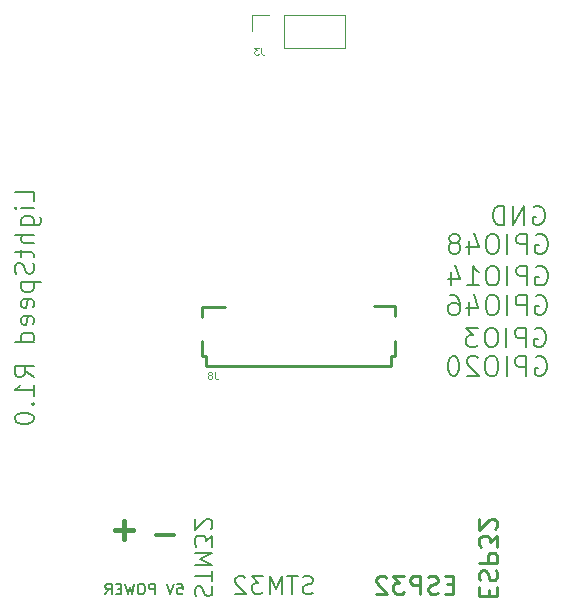
<source format=gbr>
%TF.GenerationSoftware,KiCad,Pcbnew,9.0.5*%
%TF.CreationDate,2025-10-14T15:47:48-07:00*%
%TF.ProjectId,lightspeed_r1,6c696768-7473-4706-9565-645f72312e6b,rev?*%
%TF.SameCoordinates,Original*%
%TF.FileFunction,Legend,Bot*%
%TF.FilePolarity,Positive*%
%FSLAX46Y46*%
G04 Gerber Fmt 4.6, Leading zero omitted, Abs format (unit mm)*
G04 Created by KiCad (PCBNEW 9.0.5) date 2025-10-14 15:47:48*
%MOMM*%
%LPD*%
G01*
G04 APERTURE LIST*
%ADD10C,0.304800*%
%ADD11C,0.207000*%
%ADD12C,0.250000*%
%ADD13C,0.184000*%
%ADD14C,0.187500*%
%ADD15C,0.400000*%
%ADD16C,0.100000*%
%ADD17C,0.120000*%
G04 APERTURE END LIST*
D10*
X-9596716Y-18757483D02*
X-11120526Y-18757483D01*
D11*
X21063142Y-3718191D02*
X21220857Y-3639334D01*
X21220857Y-3639334D02*
X21457428Y-3639334D01*
X21457428Y-3639334D02*
X21693999Y-3718191D01*
X21693999Y-3718191D02*
X21851714Y-3875905D01*
X21851714Y-3875905D02*
X21930571Y-4033619D01*
X21930571Y-4033619D02*
X22009428Y-4349048D01*
X22009428Y-4349048D02*
X22009428Y-4585619D01*
X22009428Y-4585619D02*
X21930571Y-4901048D01*
X21930571Y-4901048D02*
X21851714Y-5058762D01*
X21851714Y-5058762D02*
X21693999Y-5216477D01*
X21693999Y-5216477D02*
X21457428Y-5295334D01*
X21457428Y-5295334D02*
X21299714Y-5295334D01*
X21299714Y-5295334D02*
X21063142Y-5216477D01*
X21063142Y-5216477D02*
X20984285Y-5137619D01*
X20984285Y-5137619D02*
X20984285Y-4585619D01*
X20984285Y-4585619D02*
X21299714Y-4585619D01*
X20274571Y-5295334D02*
X20274571Y-3639334D01*
X20274571Y-3639334D02*
X19643714Y-3639334D01*
X19643714Y-3639334D02*
X19485999Y-3718191D01*
X19485999Y-3718191D02*
X19407142Y-3797048D01*
X19407142Y-3797048D02*
X19328285Y-3954762D01*
X19328285Y-3954762D02*
X19328285Y-4191334D01*
X19328285Y-4191334D02*
X19407142Y-4349048D01*
X19407142Y-4349048D02*
X19485999Y-4427905D01*
X19485999Y-4427905D02*
X19643714Y-4506762D01*
X19643714Y-4506762D02*
X20274571Y-4506762D01*
X18618571Y-5295334D02*
X18618571Y-3639334D01*
X17514571Y-3639334D02*
X17199143Y-3639334D01*
X17199143Y-3639334D02*
X17041428Y-3718191D01*
X17041428Y-3718191D02*
X16883714Y-3875905D01*
X16883714Y-3875905D02*
X16804857Y-4191334D01*
X16804857Y-4191334D02*
X16804857Y-4743334D01*
X16804857Y-4743334D02*
X16883714Y-5058762D01*
X16883714Y-5058762D02*
X17041428Y-5216477D01*
X17041428Y-5216477D02*
X17199143Y-5295334D01*
X17199143Y-5295334D02*
X17514571Y-5295334D01*
X17514571Y-5295334D02*
X17672286Y-5216477D01*
X17672286Y-5216477D02*
X17830000Y-5058762D01*
X17830000Y-5058762D02*
X17908857Y-4743334D01*
X17908857Y-4743334D02*
X17908857Y-4191334D01*
X17908857Y-4191334D02*
X17830000Y-3875905D01*
X17830000Y-3875905D02*
X17672286Y-3718191D01*
X17672286Y-3718191D02*
X17514571Y-3639334D01*
X16174000Y-3797048D02*
X16095143Y-3718191D01*
X16095143Y-3718191D02*
X15937429Y-3639334D01*
X15937429Y-3639334D02*
X15543143Y-3639334D01*
X15543143Y-3639334D02*
X15385429Y-3718191D01*
X15385429Y-3718191D02*
X15306571Y-3797048D01*
X15306571Y-3797048D02*
X15227714Y-3954762D01*
X15227714Y-3954762D02*
X15227714Y-4112477D01*
X15227714Y-4112477D02*
X15306571Y-4349048D01*
X15306571Y-4349048D02*
X16252857Y-5295334D01*
X16252857Y-5295334D02*
X15227714Y-5295334D01*
X14202571Y-3639334D02*
X14044857Y-3639334D01*
X14044857Y-3639334D02*
X13887143Y-3718191D01*
X13887143Y-3718191D02*
X13808286Y-3797048D01*
X13808286Y-3797048D02*
X13729428Y-3954762D01*
X13729428Y-3954762D02*
X13650571Y-4270191D01*
X13650571Y-4270191D02*
X13650571Y-4664477D01*
X13650571Y-4664477D02*
X13729428Y-4979905D01*
X13729428Y-4979905D02*
X13808286Y-5137619D01*
X13808286Y-5137619D02*
X13887143Y-5216477D01*
X13887143Y-5216477D02*
X14044857Y-5295334D01*
X14044857Y-5295334D02*
X14202571Y-5295334D01*
X14202571Y-5295334D02*
X14360286Y-5216477D01*
X14360286Y-5216477D02*
X14439143Y-5137619D01*
X14439143Y-5137619D02*
X14518000Y-4979905D01*
X14518000Y-4979905D02*
X14596857Y-4664477D01*
X14596857Y-4664477D02*
X14596857Y-4270191D01*
X14596857Y-4270191D02*
X14518000Y-3954762D01*
X14518000Y-3954762D02*
X14439143Y-3797048D01*
X14439143Y-3797048D02*
X14360286Y-3718191D01*
X14360286Y-3718191D02*
X14202571Y-3639334D01*
D12*
X17082285Y-23888384D02*
X17082285Y-23388384D01*
X16296571Y-23174098D02*
X16296571Y-23888384D01*
X16296571Y-23888384D02*
X17796571Y-23888384D01*
X17796571Y-23888384D02*
X17796571Y-23174098D01*
X16368000Y-22602669D02*
X16296571Y-22388384D01*
X16296571Y-22388384D02*
X16296571Y-22031241D01*
X16296571Y-22031241D02*
X16368000Y-21888384D01*
X16368000Y-21888384D02*
X16439428Y-21816955D01*
X16439428Y-21816955D02*
X16582285Y-21745526D01*
X16582285Y-21745526D02*
X16725142Y-21745526D01*
X16725142Y-21745526D02*
X16868000Y-21816955D01*
X16868000Y-21816955D02*
X16939428Y-21888384D01*
X16939428Y-21888384D02*
X17010857Y-22031241D01*
X17010857Y-22031241D02*
X17082285Y-22316955D01*
X17082285Y-22316955D02*
X17153714Y-22459812D01*
X17153714Y-22459812D02*
X17225142Y-22531241D01*
X17225142Y-22531241D02*
X17368000Y-22602669D01*
X17368000Y-22602669D02*
X17510857Y-22602669D01*
X17510857Y-22602669D02*
X17653714Y-22531241D01*
X17653714Y-22531241D02*
X17725142Y-22459812D01*
X17725142Y-22459812D02*
X17796571Y-22316955D01*
X17796571Y-22316955D02*
X17796571Y-21959812D01*
X17796571Y-21959812D02*
X17725142Y-21745526D01*
X16296571Y-21102670D02*
X17796571Y-21102670D01*
X17796571Y-21102670D02*
X17796571Y-20531241D01*
X17796571Y-20531241D02*
X17725142Y-20388384D01*
X17725142Y-20388384D02*
X17653714Y-20316955D01*
X17653714Y-20316955D02*
X17510857Y-20245527D01*
X17510857Y-20245527D02*
X17296571Y-20245527D01*
X17296571Y-20245527D02*
X17153714Y-20316955D01*
X17153714Y-20316955D02*
X17082285Y-20388384D01*
X17082285Y-20388384D02*
X17010857Y-20531241D01*
X17010857Y-20531241D02*
X17010857Y-21102670D01*
X17796571Y-19745527D02*
X17796571Y-18816955D01*
X17796571Y-18816955D02*
X17225142Y-19316955D01*
X17225142Y-19316955D02*
X17225142Y-19102670D01*
X17225142Y-19102670D02*
X17153714Y-18959813D01*
X17153714Y-18959813D02*
X17082285Y-18888384D01*
X17082285Y-18888384D02*
X16939428Y-18816955D01*
X16939428Y-18816955D02*
X16582285Y-18816955D01*
X16582285Y-18816955D02*
X16439428Y-18888384D01*
X16439428Y-18888384D02*
X16368000Y-18959813D01*
X16368000Y-18959813D02*
X16296571Y-19102670D01*
X16296571Y-19102670D02*
X16296571Y-19531241D01*
X16296571Y-19531241D02*
X16368000Y-19674098D01*
X16368000Y-19674098D02*
X16439428Y-19745527D01*
X17653714Y-18245527D02*
X17725142Y-18174099D01*
X17725142Y-18174099D02*
X17796571Y-18031242D01*
X17796571Y-18031242D02*
X17796571Y-17674099D01*
X17796571Y-17674099D02*
X17725142Y-17531242D01*
X17725142Y-17531242D02*
X17653714Y-17459813D01*
X17653714Y-17459813D02*
X17510857Y-17388384D01*
X17510857Y-17388384D02*
X17368000Y-17388384D01*
X17368000Y-17388384D02*
X17153714Y-17459813D01*
X17153714Y-17459813D02*
X16296571Y-18316956D01*
X16296571Y-18316956D02*
X16296571Y-17388384D01*
D11*
X20891713Y9041808D02*
X21049428Y9120665D01*
X21049428Y9120665D02*
X21285999Y9120665D01*
X21285999Y9120665D02*
X21522570Y9041808D01*
X21522570Y9041808D02*
X21680285Y8884094D01*
X21680285Y8884094D02*
X21759142Y8726380D01*
X21759142Y8726380D02*
X21837999Y8410951D01*
X21837999Y8410951D02*
X21837999Y8174380D01*
X21837999Y8174380D02*
X21759142Y7858951D01*
X21759142Y7858951D02*
X21680285Y7701237D01*
X21680285Y7701237D02*
X21522570Y7543523D01*
X21522570Y7543523D02*
X21285999Y7464665D01*
X21285999Y7464665D02*
X21128285Y7464665D01*
X21128285Y7464665D02*
X20891713Y7543523D01*
X20891713Y7543523D02*
X20812856Y7622380D01*
X20812856Y7622380D02*
X20812856Y8174380D01*
X20812856Y8174380D02*
X21128285Y8174380D01*
X20103142Y7464665D02*
X20103142Y9120665D01*
X20103142Y9120665D02*
X19156856Y7464665D01*
X19156856Y7464665D02*
X19156856Y9120665D01*
X18368285Y7464665D02*
X18368285Y9120665D01*
X18368285Y9120665D02*
X17973999Y9120665D01*
X17973999Y9120665D02*
X17737428Y9041808D01*
X17737428Y9041808D02*
X17579713Y8884094D01*
X17579713Y8884094D02*
X17500856Y8726380D01*
X17500856Y8726380D02*
X17421999Y8410951D01*
X17421999Y8410951D02*
X17421999Y8174380D01*
X17421999Y8174380D02*
X17500856Y7858951D01*
X17500856Y7858951D02*
X17579713Y7701237D01*
X17579713Y7701237D02*
X17737428Y7543523D01*
X17737428Y7543523D02*
X17973999Y7464665D01*
X17973999Y7464665D02*
X18368285Y7464665D01*
D13*
X-9273909Y-22880289D02*
X-8845337Y-22880289D01*
X-8845337Y-22880289D02*
X-8802480Y-23308860D01*
X-8802480Y-23308860D02*
X-8845337Y-23266003D01*
X-8845337Y-23266003D02*
X-8931052Y-23223146D01*
X-8931052Y-23223146D02*
X-9145337Y-23223146D01*
X-9145337Y-23223146D02*
X-9231052Y-23266003D01*
X-9231052Y-23266003D02*
X-9273909Y-23308860D01*
X-9273909Y-23308860D02*
X-9316766Y-23394574D01*
X-9316766Y-23394574D02*
X-9316766Y-23608860D01*
X-9316766Y-23608860D02*
X-9273909Y-23694574D01*
X-9273909Y-23694574D02*
X-9231052Y-23737432D01*
X-9231052Y-23737432D02*
X-9145337Y-23780289D01*
X-9145337Y-23780289D02*
X-8931052Y-23780289D01*
X-8931052Y-23780289D02*
X-8845337Y-23737432D01*
X-8845337Y-23737432D02*
X-8802480Y-23694574D01*
X-9573909Y-22880289D02*
X-9873909Y-23780289D01*
X-9873909Y-23780289D02*
X-10173909Y-22880289D01*
X-11159623Y-23780289D02*
X-11159623Y-22880289D01*
X-11159623Y-22880289D02*
X-11502480Y-22880289D01*
X-11502480Y-22880289D02*
X-11588195Y-22923146D01*
X-11588195Y-22923146D02*
X-11631052Y-22966003D01*
X-11631052Y-22966003D02*
X-11673909Y-23051717D01*
X-11673909Y-23051717D02*
X-11673909Y-23180289D01*
X-11673909Y-23180289D02*
X-11631052Y-23266003D01*
X-11631052Y-23266003D02*
X-11588195Y-23308860D01*
X-11588195Y-23308860D02*
X-11502480Y-23351717D01*
X-11502480Y-23351717D02*
X-11159623Y-23351717D01*
X-12231052Y-22880289D02*
X-12402480Y-22880289D01*
X-12402480Y-22880289D02*
X-12488195Y-22923146D01*
X-12488195Y-22923146D02*
X-12573909Y-23008860D01*
X-12573909Y-23008860D02*
X-12616766Y-23180289D01*
X-12616766Y-23180289D02*
X-12616766Y-23480289D01*
X-12616766Y-23480289D02*
X-12573909Y-23651717D01*
X-12573909Y-23651717D02*
X-12488195Y-23737432D01*
X-12488195Y-23737432D02*
X-12402480Y-23780289D01*
X-12402480Y-23780289D02*
X-12231052Y-23780289D01*
X-12231052Y-23780289D02*
X-12145338Y-23737432D01*
X-12145338Y-23737432D02*
X-12059623Y-23651717D01*
X-12059623Y-23651717D02*
X-12016766Y-23480289D01*
X-12016766Y-23480289D02*
X-12016766Y-23180289D01*
X-12016766Y-23180289D02*
X-12059623Y-23008860D01*
X-12059623Y-23008860D02*
X-12145338Y-22923146D01*
X-12145338Y-22923146D02*
X-12231052Y-22880289D01*
X-12916766Y-22880289D02*
X-13131052Y-23780289D01*
X-13131052Y-23780289D02*
X-13302480Y-23137432D01*
X-13302480Y-23137432D02*
X-13473909Y-23780289D01*
X-13473909Y-23780289D02*
X-13688195Y-22880289D01*
X-14031051Y-23308860D02*
X-14331051Y-23308860D01*
X-14459623Y-23780289D02*
X-14031051Y-23780289D01*
X-14031051Y-23780289D02*
X-14031051Y-22880289D01*
X-14031051Y-22880289D02*
X-14459623Y-22880289D01*
X-15359623Y-23780289D02*
X-15059623Y-23351717D01*
X-14845337Y-23780289D02*
X-14845337Y-22880289D01*
X-14845337Y-22880289D02*
X-15188194Y-22880289D01*
X-15188194Y-22880289D02*
X-15273909Y-22923146D01*
X-15273909Y-22923146D02*
X-15316766Y-22966003D01*
X-15316766Y-22966003D02*
X-15359623Y-23051717D01*
X-15359623Y-23051717D02*
X-15359623Y-23180289D01*
X-15359623Y-23180289D02*
X-15316766Y-23266003D01*
X-15316766Y-23266003D02*
X-15273909Y-23308860D01*
X-15273909Y-23308860D02*
X-15188194Y-23351717D01*
X-15188194Y-23351717D02*
X-14845337Y-23351717D01*
D11*
X21014570Y-1288191D02*
X21172285Y-1209334D01*
X21172285Y-1209334D02*
X21408856Y-1209334D01*
X21408856Y-1209334D02*
X21645427Y-1288191D01*
X21645427Y-1288191D02*
X21803142Y-1445905D01*
X21803142Y-1445905D02*
X21881999Y-1603619D01*
X21881999Y-1603619D02*
X21960856Y-1919048D01*
X21960856Y-1919048D02*
X21960856Y-2155619D01*
X21960856Y-2155619D02*
X21881999Y-2471048D01*
X21881999Y-2471048D02*
X21803142Y-2628762D01*
X21803142Y-2628762D02*
X21645427Y-2786477D01*
X21645427Y-2786477D02*
X21408856Y-2865334D01*
X21408856Y-2865334D02*
X21251142Y-2865334D01*
X21251142Y-2865334D02*
X21014570Y-2786477D01*
X21014570Y-2786477D02*
X20935713Y-2707619D01*
X20935713Y-2707619D02*
X20935713Y-2155619D01*
X20935713Y-2155619D02*
X21251142Y-2155619D01*
X20225999Y-2865334D02*
X20225999Y-1209334D01*
X20225999Y-1209334D02*
X19595142Y-1209334D01*
X19595142Y-1209334D02*
X19437427Y-1288191D01*
X19437427Y-1288191D02*
X19358570Y-1367048D01*
X19358570Y-1367048D02*
X19279713Y-1524762D01*
X19279713Y-1524762D02*
X19279713Y-1761334D01*
X19279713Y-1761334D02*
X19358570Y-1919048D01*
X19358570Y-1919048D02*
X19437427Y-1997905D01*
X19437427Y-1997905D02*
X19595142Y-2076762D01*
X19595142Y-2076762D02*
X20225999Y-2076762D01*
X18569999Y-2865334D02*
X18569999Y-1209334D01*
X17465999Y-1209334D02*
X17150571Y-1209334D01*
X17150571Y-1209334D02*
X16992856Y-1288191D01*
X16992856Y-1288191D02*
X16835142Y-1445905D01*
X16835142Y-1445905D02*
X16756285Y-1761334D01*
X16756285Y-1761334D02*
X16756285Y-2313334D01*
X16756285Y-2313334D02*
X16835142Y-2628762D01*
X16835142Y-2628762D02*
X16992856Y-2786477D01*
X16992856Y-2786477D02*
X17150571Y-2865334D01*
X17150571Y-2865334D02*
X17465999Y-2865334D01*
X17465999Y-2865334D02*
X17623714Y-2786477D01*
X17623714Y-2786477D02*
X17781428Y-2628762D01*
X17781428Y-2628762D02*
X17860285Y-2313334D01*
X17860285Y-2313334D02*
X17860285Y-1761334D01*
X17860285Y-1761334D02*
X17781428Y-1445905D01*
X17781428Y-1445905D02*
X17623714Y-1288191D01*
X17623714Y-1288191D02*
X17465999Y-1209334D01*
X16204285Y-1209334D02*
X15179142Y-1209334D01*
X15179142Y-1209334D02*
X15731142Y-1840191D01*
X15731142Y-1840191D02*
X15494571Y-1840191D01*
X15494571Y-1840191D02*
X15336857Y-1919048D01*
X15336857Y-1919048D02*
X15257999Y-1997905D01*
X15257999Y-1997905D02*
X15179142Y-2155619D01*
X15179142Y-2155619D02*
X15179142Y-2549905D01*
X15179142Y-2549905D02*
X15257999Y-2707619D01*
X15257999Y-2707619D02*
X15336857Y-2786477D01*
X15336857Y-2786477D02*
X15494571Y-2865334D01*
X15494571Y-2865334D02*
X15967714Y-2865334D01*
X15967714Y-2865334D02*
X16125428Y-2786477D01*
X16125428Y-2786477D02*
X16204285Y-2707619D01*
X21123142Y3941808D02*
X21280857Y4020665D01*
X21280857Y4020665D02*
X21517428Y4020665D01*
X21517428Y4020665D02*
X21753999Y3941808D01*
X21753999Y3941808D02*
X21911714Y3784094D01*
X21911714Y3784094D02*
X21990571Y3626380D01*
X21990571Y3626380D02*
X22069428Y3310951D01*
X22069428Y3310951D02*
X22069428Y3074380D01*
X22069428Y3074380D02*
X21990571Y2758951D01*
X21990571Y2758951D02*
X21911714Y2601237D01*
X21911714Y2601237D02*
X21753999Y2443523D01*
X21753999Y2443523D02*
X21517428Y2364665D01*
X21517428Y2364665D02*
X21359714Y2364665D01*
X21359714Y2364665D02*
X21123142Y2443523D01*
X21123142Y2443523D02*
X21044285Y2522380D01*
X21044285Y2522380D02*
X21044285Y3074380D01*
X21044285Y3074380D02*
X21359714Y3074380D01*
X20334571Y2364665D02*
X20334571Y4020665D01*
X20334571Y4020665D02*
X19703714Y4020665D01*
X19703714Y4020665D02*
X19545999Y3941808D01*
X19545999Y3941808D02*
X19467142Y3862951D01*
X19467142Y3862951D02*
X19388285Y3705237D01*
X19388285Y3705237D02*
X19388285Y3468665D01*
X19388285Y3468665D02*
X19467142Y3310951D01*
X19467142Y3310951D02*
X19545999Y3232094D01*
X19545999Y3232094D02*
X19703714Y3153237D01*
X19703714Y3153237D02*
X20334571Y3153237D01*
X18678571Y2364665D02*
X18678571Y4020665D01*
X17574571Y4020665D02*
X17259143Y4020665D01*
X17259143Y4020665D02*
X17101428Y3941808D01*
X17101428Y3941808D02*
X16943714Y3784094D01*
X16943714Y3784094D02*
X16864857Y3468665D01*
X16864857Y3468665D02*
X16864857Y2916665D01*
X16864857Y2916665D02*
X16943714Y2601237D01*
X16943714Y2601237D02*
X17101428Y2443523D01*
X17101428Y2443523D02*
X17259143Y2364665D01*
X17259143Y2364665D02*
X17574571Y2364665D01*
X17574571Y2364665D02*
X17732286Y2443523D01*
X17732286Y2443523D02*
X17890000Y2601237D01*
X17890000Y2601237D02*
X17968857Y2916665D01*
X17968857Y2916665D02*
X17968857Y3468665D01*
X17968857Y3468665D02*
X17890000Y3784094D01*
X17890000Y3784094D02*
X17732286Y3941808D01*
X17732286Y3941808D02*
X17574571Y4020665D01*
X15287714Y2364665D02*
X16234000Y2364665D01*
X15760857Y2364665D02*
X15760857Y4020665D01*
X15760857Y4020665D02*
X15918571Y3784094D01*
X15918571Y3784094D02*
X16076286Y3626380D01*
X16076286Y3626380D02*
X16234000Y3547523D01*
X13868286Y3468665D02*
X13868286Y2364665D01*
X14262571Y4099523D02*
X14656857Y2916665D01*
X14656857Y2916665D02*
X13631714Y2916665D01*
D14*
X-7735250Y-23950930D02*
X-7806678Y-23736645D01*
X-7806678Y-23736645D02*
X-7806678Y-23379502D01*
X-7806678Y-23379502D02*
X-7735250Y-23236645D01*
X-7735250Y-23236645D02*
X-7663821Y-23165216D01*
X-7663821Y-23165216D02*
X-7520964Y-23093787D01*
X-7520964Y-23093787D02*
X-7378107Y-23093787D01*
X-7378107Y-23093787D02*
X-7235250Y-23165216D01*
X-7235250Y-23165216D02*
X-7163821Y-23236645D01*
X-7163821Y-23236645D02*
X-7092392Y-23379502D01*
X-7092392Y-23379502D02*
X-7020964Y-23665216D01*
X-7020964Y-23665216D02*
X-6949535Y-23808073D01*
X-6949535Y-23808073D02*
X-6878107Y-23879502D01*
X-6878107Y-23879502D02*
X-6735250Y-23950930D01*
X-6735250Y-23950930D02*
X-6592392Y-23950930D01*
X-6592392Y-23950930D02*
X-6449535Y-23879502D01*
X-6449535Y-23879502D02*
X-6378107Y-23808073D01*
X-6378107Y-23808073D02*
X-6306678Y-23665216D01*
X-6306678Y-23665216D02*
X-6306678Y-23308073D01*
X-6306678Y-23308073D02*
X-6378107Y-23093787D01*
X-6306678Y-22665216D02*
X-6306678Y-21808074D01*
X-7806678Y-22236645D02*
X-6306678Y-22236645D01*
X-7806678Y-21308074D02*
X-6306678Y-21308074D01*
X-6306678Y-21308074D02*
X-7378107Y-20808074D01*
X-7378107Y-20808074D02*
X-6306678Y-20308074D01*
X-6306678Y-20308074D02*
X-7806678Y-20308074D01*
X-6306678Y-19736645D02*
X-6306678Y-18808073D01*
X-6306678Y-18808073D02*
X-6878107Y-19308073D01*
X-6878107Y-19308073D02*
X-6878107Y-19093788D01*
X-6878107Y-19093788D02*
X-6949535Y-18950931D01*
X-6949535Y-18950931D02*
X-7020964Y-18879502D01*
X-7020964Y-18879502D02*
X-7163821Y-18808073D01*
X-7163821Y-18808073D02*
X-7520964Y-18808073D01*
X-7520964Y-18808073D02*
X-7663821Y-18879502D01*
X-7663821Y-18879502D02*
X-7735250Y-18950931D01*
X-7735250Y-18950931D02*
X-7806678Y-19093788D01*
X-7806678Y-19093788D02*
X-7806678Y-19522359D01*
X-7806678Y-19522359D02*
X-7735250Y-19665216D01*
X-7735250Y-19665216D02*
X-7663821Y-19736645D01*
X-6449535Y-18236645D02*
X-6378107Y-18165217D01*
X-6378107Y-18165217D02*
X-6306678Y-18022360D01*
X-6306678Y-18022360D02*
X-6306678Y-17665217D01*
X-6306678Y-17665217D02*
X-6378107Y-17522360D01*
X-6378107Y-17522360D02*
X-6449535Y-17450931D01*
X-6449535Y-17450931D02*
X-6592392Y-17379502D01*
X-6592392Y-17379502D02*
X-6735250Y-17379502D01*
X-6735250Y-17379502D02*
X-6949535Y-17450931D01*
X-6949535Y-17450931D02*
X-7806678Y-18308074D01*
X-7806678Y-18308074D02*
X-7806678Y-17379502D01*
X2190930Y-23655250D02*
X1976645Y-23726678D01*
X1976645Y-23726678D02*
X1619502Y-23726678D01*
X1619502Y-23726678D02*
X1476645Y-23655250D01*
X1476645Y-23655250D02*
X1405216Y-23583821D01*
X1405216Y-23583821D02*
X1333787Y-23440964D01*
X1333787Y-23440964D02*
X1333787Y-23298107D01*
X1333787Y-23298107D02*
X1405216Y-23155250D01*
X1405216Y-23155250D02*
X1476645Y-23083821D01*
X1476645Y-23083821D02*
X1619502Y-23012392D01*
X1619502Y-23012392D02*
X1905216Y-22940964D01*
X1905216Y-22940964D02*
X2048073Y-22869535D01*
X2048073Y-22869535D02*
X2119502Y-22798107D01*
X2119502Y-22798107D02*
X2190930Y-22655250D01*
X2190930Y-22655250D02*
X2190930Y-22512392D01*
X2190930Y-22512392D02*
X2119502Y-22369535D01*
X2119502Y-22369535D02*
X2048073Y-22298107D01*
X2048073Y-22298107D02*
X1905216Y-22226678D01*
X1905216Y-22226678D02*
X1548073Y-22226678D01*
X1548073Y-22226678D02*
X1333787Y-22298107D01*
X905216Y-22226678D02*
X48074Y-22226678D01*
X476645Y-23726678D02*
X476645Y-22226678D01*
X-451925Y-23726678D02*
X-451925Y-22226678D01*
X-451925Y-22226678D02*
X-951925Y-23298107D01*
X-951925Y-23298107D02*
X-1451925Y-22226678D01*
X-1451925Y-22226678D02*
X-1451925Y-23726678D01*
X-2023354Y-22226678D02*
X-2951926Y-22226678D01*
X-2951926Y-22226678D02*
X-2451926Y-22798107D01*
X-2451926Y-22798107D02*
X-2666211Y-22798107D01*
X-2666211Y-22798107D02*
X-2809069Y-22869535D01*
X-2809069Y-22869535D02*
X-2880497Y-22940964D01*
X-2880497Y-22940964D02*
X-2951926Y-23083821D01*
X-2951926Y-23083821D02*
X-2951926Y-23440964D01*
X-2951926Y-23440964D02*
X-2880497Y-23583821D01*
X-2880497Y-23583821D02*
X-2809069Y-23655250D01*
X-2809069Y-23655250D02*
X-2666211Y-23726678D01*
X-2666211Y-23726678D02*
X-2237640Y-23726678D01*
X-2237640Y-23726678D02*
X-2094783Y-23655250D01*
X-2094783Y-23655250D02*
X-2023354Y-23583821D01*
X-3523354Y-22369535D02*
X-3594782Y-22298107D01*
X-3594782Y-22298107D02*
X-3737640Y-22226678D01*
X-3737640Y-22226678D02*
X-4094782Y-22226678D01*
X-4094782Y-22226678D02*
X-4237640Y-22298107D01*
X-4237640Y-22298107D02*
X-4309068Y-22369535D01*
X-4309068Y-22369535D02*
X-4380497Y-22512392D01*
X-4380497Y-22512392D02*
X-4380497Y-22655250D01*
X-4380497Y-22655250D02*
X-4309068Y-22869535D01*
X-4309068Y-22869535D02*
X-3451925Y-23726678D01*
X-3451925Y-23726678D02*
X-4380497Y-23726678D01*
D11*
X21123142Y6631808D02*
X21280857Y6710665D01*
X21280857Y6710665D02*
X21517428Y6710665D01*
X21517428Y6710665D02*
X21753999Y6631808D01*
X21753999Y6631808D02*
X21911714Y6474094D01*
X21911714Y6474094D02*
X21990571Y6316380D01*
X21990571Y6316380D02*
X22069428Y6000951D01*
X22069428Y6000951D02*
X22069428Y5764380D01*
X22069428Y5764380D02*
X21990571Y5448951D01*
X21990571Y5448951D02*
X21911714Y5291237D01*
X21911714Y5291237D02*
X21753999Y5133523D01*
X21753999Y5133523D02*
X21517428Y5054665D01*
X21517428Y5054665D02*
X21359714Y5054665D01*
X21359714Y5054665D02*
X21123142Y5133523D01*
X21123142Y5133523D02*
X21044285Y5212380D01*
X21044285Y5212380D02*
X21044285Y5764380D01*
X21044285Y5764380D02*
X21359714Y5764380D01*
X20334571Y5054665D02*
X20334571Y6710665D01*
X20334571Y6710665D02*
X19703714Y6710665D01*
X19703714Y6710665D02*
X19545999Y6631808D01*
X19545999Y6631808D02*
X19467142Y6552951D01*
X19467142Y6552951D02*
X19388285Y6395237D01*
X19388285Y6395237D02*
X19388285Y6158665D01*
X19388285Y6158665D02*
X19467142Y6000951D01*
X19467142Y6000951D02*
X19545999Y5922094D01*
X19545999Y5922094D02*
X19703714Y5843237D01*
X19703714Y5843237D02*
X20334571Y5843237D01*
X18678571Y5054665D02*
X18678571Y6710665D01*
X17574571Y6710665D02*
X17259143Y6710665D01*
X17259143Y6710665D02*
X17101428Y6631808D01*
X17101428Y6631808D02*
X16943714Y6474094D01*
X16943714Y6474094D02*
X16864857Y6158665D01*
X16864857Y6158665D02*
X16864857Y5606665D01*
X16864857Y5606665D02*
X16943714Y5291237D01*
X16943714Y5291237D02*
X17101428Y5133523D01*
X17101428Y5133523D02*
X17259143Y5054665D01*
X17259143Y5054665D02*
X17574571Y5054665D01*
X17574571Y5054665D02*
X17732286Y5133523D01*
X17732286Y5133523D02*
X17890000Y5291237D01*
X17890000Y5291237D02*
X17968857Y5606665D01*
X17968857Y5606665D02*
X17968857Y6158665D01*
X17968857Y6158665D02*
X17890000Y6474094D01*
X17890000Y6474094D02*
X17732286Y6631808D01*
X17732286Y6631808D02*
X17574571Y6710665D01*
X15445429Y6158665D02*
X15445429Y5054665D01*
X15839714Y6789523D02*
X16234000Y5606665D01*
X16234000Y5606665D02*
X15208857Y5606665D01*
X14341428Y6000951D02*
X14499143Y6079808D01*
X14499143Y6079808D02*
X14578000Y6158665D01*
X14578000Y6158665D02*
X14656857Y6316380D01*
X14656857Y6316380D02*
X14656857Y6395237D01*
X14656857Y6395237D02*
X14578000Y6552951D01*
X14578000Y6552951D02*
X14499143Y6631808D01*
X14499143Y6631808D02*
X14341428Y6710665D01*
X14341428Y6710665D02*
X14026000Y6710665D01*
X14026000Y6710665D02*
X13868286Y6631808D01*
X13868286Y6631808D02*
X13789428Y6552951D01*
X13789428Y6552951D02*
X13710571Y6395237D01*
X13710571Y6395237D02*
X13710571Y6316380D01*
X13710571Y6316380D02*
X13789428Y6158665D01*
X13789428Y6158665D02*
X13868286Y6079808D01*
X13868286Y6079808D02*
X14026000Y6000951D01*
X14026000Y6000951D02*
X14341428Y6000951D01*
X14341428Y6000951D02*
X14499143Y5922094D01*
X14499143Y5922094D02*
X14578000Y5843237D01*
X14578000Y5843237D02*
X14656857Y5685523D01*
X14656857Y5685523D02*
X14656857Y5370094D01*
X14656857Y5370094D02*
X14578000Y5212380D01*
X14578000Y5212380D02*
X14499143Y5133523D01*
X14499143Y5133523D02*
X14341428Y5054665D01*
X14341428Y5054665D02*
X14026000Y5054665D01*
X14026000Y5054665D02*
X13868286Y5133523D01*
X13868286Y5133523D02*
X13789428Y5212380D01*
X13789428Y5212380D02*
X13710571Y5370094D01*
X13710571Y5370094D02*
X13710571Y5685523D01*
X13710571Y5685523D02*
X13789428Y5843237D01*
X13789428Y5843237D02*
X13868286Y5922094D01*
X13868286Y5922094D02*
X14026000Y6000951D01*
X21093142Y1461808D02*
X21250857Y1540665D01*
X21250857Y1540665D02*
X21487428Y1540665D01*
X21487428Y1540665D02*
X21723999Y1461808D01*
X21723999Y1461808D02*
X21881714Y1304094D01*
X21881714Y1304094D02*
X21960571Y1146380D01*
X21960571Y1146380D02*
X22039428Y830951D01*
X22039428Y830951D02*
X22039428Y594380D01*
X22039428Y594380D02*
X21960571Y278951D01*
X21960571Y278951D02*
X21881714Y121237D01*
X21881714Y121237D02*
X21723999Y-36477D01*
X21723999Y-36477D02*
X21487428Y-115334D01*
X21487428Y-115334D02*
X21329714Y-115334D01*
X21329714Y-115334D02*
X21093142Y-36477D01*
X21093142Y-36477D02*
X21014285Y42380D01*
X21014285Y42380D02*
X21014285Y594380D01*
X21014285Y594380D02*
X21329714Y594380D01*
X20304571Y-115334D02*
X20304571Y1540665D01*
X20304571Y1540665D02*
X19673714Y1540665D01*
X19673714Y1540665D02*
X19515999Y1461808D01*
X19515999Y1461808D02*
X19437142Y1382951D01*
X19437142Y1382951D02*
X19358285Y1225237D01*
X19358285Y1225237D02*
X19358285Y988665D01*
X19358285Y988665D02*
X19437142Y830951D01*
X19437142Y830951D02*
X19515999Y752094D01*
X19515999Y752094D02*
X19673714Y673237D01*
X19673714Y673237D02*
X20304571Y673237D01*
X18648571Y-115334D02*
X18648571Y1540665D01*
X17544571Y1540665D02*
X17229143Y1540665D01*
X17229143Y1540665D02*
X17071428Y1461808D01*
X17071428Y1461808D02*
X16913714Y1304094D01*
X16913714Y1304094D02*
X16834857Y988665D01*
X16834857Y988665D02*
X16834857Y436665D01*
X16834857Y436665D02*
X16913714Y121237D01*
X16913714Y121237D02*
X17071428Y-36477D01*
X17071428Y-36477D02*
X17229143Y-115334D01*
X17229143Y-115334D02*
X17544571Y-115334D01*
X17544571Y-115334D02*
X17702286Y-36477D01*
X17702286Y-36477D02*
X17860000Y121237D01*
X17860000Y121237D02*
X17938857Y436665D01*
X17938857Y436665D02*
X17938857Y988665D01*
X17938857Y988665D02*
X17860000Y1304094D01*
X17860000Y1304094D02*
X17702286Y1461808D01*
X17702286Y1461808D02*
X17544571Y1540665D01*
X15415429Y988665D02*
X15415429Y-115334D01*
X15809714Y1619523D02*
X16204000Y436665D01*
X16204000Y436665D02*
X15178857Y436665D01*
X13838286Y1540665D02*
X14153714Y1540665D01*
X14153714Y1540665D02*
X14311428Y1461808D01*
X14311428Y1461808D02*
X14390286Y1382951D01*
X14390286Y1382951D02*
X14548000Y1146380D01*
X14548000Y1146380D02*
X14626857Y830951D01*
X14626857Y830951D02*
X14626857Y200094D01*
X14626857Y200094D02*
X14548000Y42380D01*
X14548000Y42380D02*
X14469143Y-36477D01*
X14469143Y-36477D02*
X14311428Y-115334D01*
X14311428Y-115334D02*
X13996000Y-115334D01*
X13996000Y-115334D02*
X13838286Y-36477D01*
X13838286Y-36477D02*
X13759428Y42380D01*
X13759428Y42380D02*
X13680571Y200094D01*
X13680571Y200094D02*
X13680571Y594380D01*
X13680571Y594380D02*
X13759428Y752094D01*
X13759428Y752094D02*
X13838286Y830951D01*
X13838286Y830951D02*
X13996000Y909808D01*
X13996000Y909808D02*
X14311428Y909808D01*
X14311428Y909808D02*
X14469143Y830951D01*
X14469143Y830951D02*
X14548000Y752094D01*
X14548000Y752094D02*
X14626857Y594380D01*
X-21394665Y9499714D02*
X-21394665Y10288286D01*
X-21394665Y10288286D02*
X-23050665Y10288286D01*
X-21394665Y8947715D02*
X-22498665Y8947715D01*
X-23050665Y8947715D02*
X-22971808Y9026572D01*
X-22971808Y9026572D02*
X-22892951Y8947715D01*
X-22892951Y8947715D02*
X-22971808Y8868858D01*
X-22971808Y8868858D02*
X-23050665Y8947715D01*
X-23050665Y8947715D02*
X-22892951Y8947715D01*
X-22498665Y7449430D02*
X-21158094Y7449430D01*
X-21158094Y7449430D02*
X-21000380Y7528287D01*
X-21000380Y7528287D02*
X-20921523Y7607144D01*
X-20921523Y7607144D02*
X-20842665Y7764858D01*
X-20842665Y7764858D02*
X-20842665Y8001430D01*
X-20842665Y8001430D02*
X-20921523Y8159144D01*
X-21473523Y7449430D02*
X-21394665Y7607144D01*
X-21394665Y7607144D02*
X-21394665Y7922572D01*
X-21394665Y7922572D02*
X-21473523Y8080287D01*
X-21473523Y8080287D02*
X-21552380Y8159144D01*
X-21552380Y8159144D02*
X-21710094Y8238001D01*
X-21710094Y8238001D02*
X-22183237Y8238001D01*
X-22183237Y8238001D02*
X-22340951Y8159144D01*
X-22340951Y8159144D02*
X-22419808Y8080287D01*
X-22419808Y8080287D02*
X-22498665Y7922572D01*
X-22498665Y7922572D02*
X-22498665Y7607144D01*
X-22498665Y7607144D02*
X-22419808Y7449430D01*
X-21394665Y6660858D02*
X-23050665Y6660858D01*
X-21394665Y5951144D02*
X-22262094Y5951144D01*
X-22262094Y5951144D02*
X-22419808Y6030001D01*
X-22419808Y6030001D02*
X-22498665Y6187715D01*
X-22498665Y6187715D02*
X-22498665Y6424286D01*
X-22498665Y6424286D02*
X-22419808Y6582001D01*
X-22419808Y6582001D02*
X-22340951Y6660858D01*
X-22498665Y5399143D02*
X-22498665Y4768286D01*
X-23050665Y5162572D02*
X-21631237Y5162572D01*
X-21631237Y5162572D02*
X-21473523Y5083715D01*
X-21473523Y5083715D02*
X-21394665Y4926000D01*
X-21394665Y4926000D02*
X-21394665Y4768286D01*
X-21473523Y4295143D02*
X-21394665Y4058572D01*
X-21394665Y4058572D02*
X-21394665Y3664286D01*
X-21394665Y3664286D02*
X-21473523Y3506572D01*
X-21473523Y3506572D02*
X-21552380Y3427714D01*
X-21552380Y3427714D02*
X-21710094Y3348857D01*
X-21710094Y3348857D02*
X-21867808Y3348857D01*
X-21867808Y3348857D02*
X-22025523Y3427714D01*
X-22025523Y3427714D02*
X-22104380Y3506572D01*
X-22104380Y3506572D02*
X-22183237Y3664286D01*
X-22183237Y3664286D02*
X-22262094Y3979714D01*
X-22262094Y3979714D02*
X-22340951Y4137429D01*
X-22340951Y4137429D02*
X-22419808Y4216286D01*
X-22419808Y4216286D02*
X-22577523Y4295143D01*
X-22577523Y4295143D02*
X-22735237Y4295143D01*
X-22735237Y4295143D02*
X-22892951Y4216286D01*
X-22892951Y4216286D02*
X-22971808Y4137429D01*
X-22971808Y4137429D02*
X-23050665Y3979714D01*
X-23050665Y3979714D02*
X-23050665Y3585429D01*
X-23050665Y3585429D02*
X-22971808Y3348857D01*
X-22498665Y2639143D02*
X-20842665Y2639143D01*
X-22419808Y2639143D02*
X-22498665Y2481429D01*
X-22498665Y2481429D02*
X-22498665Y2166000D01*
X-22498665Y2166000D02*
X-22419808Y2008286D01*
X-22419808Y2008286D02*
X-22340951Y1929429D01*
X-22340951Y1929429D02*
X-22183237Y1850571D01*
X-22183237Y1850571D02*
X-21710094Y1850571D01*
X-21710094Y1850571D02*
X-21552380Y1929429D01*
X-21552380Y1929429D02*
X-21473523Y2008286D01*
X-21473523Y2008286D02*
X-21394665Y2166000D01*
X-21394665Y2166000D02*
X-21394665Y2481429D01*
X-21394665Y2481429D02*
X-21473523Y2639143D01*
X-21473523Y510000D02*
X-21394665Y667714D01*
X-21394665Y667714D02*
X-21394665Y983143D01*
X-21394665Y983143D02*
X-21473523Y1140857D01*
X-21473523Y1140857D02*
X-21631237Y1219714D01*
X-21631237Y1219714D02*
X-22262094Y1219714D01*
X-22262094Y1219714D02*
X-22419808Y1140857D01*
X-22419808Y1140857D02*
X-22498665Y983143D01*
X-22498665Y983143D02*
X-22498665Y667714D01*
X-22498665Y667714D02*
X-22419808Y510000D01*
X-22419808Y510000D02*
X-22262094Y431143D01*
X-22262094Y431143D02*
X-22104380Y431143D01*
X-22104380Y431143D02*
X-21946665Y1219714D01*
X-21473523Y-909428D02*
X-21394665Y-751714D01*
X-21394665Y-751714D02*
X-21394665Y-436286D01*
X-21394665Y-436286D02*
X-21473523Y-278571D01*
X-21473523Y-278571D02*
X-21631237Y-199714D01*
X-21631237Y-199714D02*
X-22262094Y-199714D01*
X-22262094Y-199714D02*
X-22419808Y-278571D01*
X-22419808Y-278571D02*
X-22498665Y-436286D01*
X-22498665Y-436286D02*
X-22498665Y-751714D01*
X-22498665Y-751714D02*
X-22419808Y-909428D01*
X-22419808Y-909428D02*
X-22262094Y-988286D01*
X-22262094Y-988286D02*
X-22104380Y-988286D01*
X-22104380Y-988286D02*
X-21946665Y-199714D01*
X-21394665Y-2407715D02*
X-23050665Y-2407715D01*
X-21473523Y-2407715D02*
X-21394665Y-2250000D01*
X-21394665Y-2250000D02*
X-21394665Y-1934572D01*
X-21394665Y-1934572D02*
X-21473523Y-1776857D01*
X-21473523Y-1776857D02*
X-21552380Y-1698000D01*
X-21552380Y-1698000D02*
X-21710094Y-1619143D01*
X-21710094Y-1619143D02*
X-22183237Y-1619143D01*
X-22183237Y-1619143D02*
X-22340951Y-1698000D01*
X-22340951Y-1698000D02*
X-22419808Y-1776857D01*
X-22419808Y-1776857D02*
X-22498665Y-1934572D01*
X-22498665Y-1934572D02*
X-22498665Y-2250000D01*
X-22498665Y-2250000D02*
X-22419808Y-2407715D01*
X-21394665Y-5404286D02*
X-22183237Y-4852286D01*
X-21394665Y-4458000D02*
X-23050665Y-4458000D01*
X-23050665Y-4458000D02*
X-23050665Y-5088857D01*
X-23050665Y-5088857D02*
X-22971808Y-5246572D01*
X-22971808Y-5246572D02*
X-22892951Y-5325429D01*
X-22892951Y-5325429D02*
X-22735237Y-5404286D01*
X-22735237Y-5404286D02*
X-22498665Y-5404286D01*
X-22498665Y-5404286D02*
X-22340951Y-5325429D01*
X-22340951Y-5325429D02*
X-22262094Y-5246572D01*
X-22262094Y-5246572D02*
X-22183237Y-5088857D01*
X-22183237Y-5088857D02*
X-22183237Y-4458000D01*
X-21394665Y-6981429D02*
X-21394665Y-6035143D01*
X-21394665Y-6508286D02*
X-23050665Y-6508286D01*
X-23050665Y-6508286D02*
X-22814094Y-6350572D01*
X-22814094Y-6350572D02*
X-22656380Y-6192857D01*
X-22656380Y-6192857D02*
X-22577523Y-6035143D01*
X-21552380Y-7691143D02*
X-21473523Y-7770000D01*
X-21473523Y-7770000D02*
X-21394665Y-7691143D01*
X-21394665Y-7691143D02*
X-21473523Y-7612286D01*
X-21473523Y-7612286D02*
X-21552380Y-7691143D01*
X-21552380Y-7691143D02*
X-21394665Y-7691143D01*
X-23050665Y-8795143D02*
X-23050665Y-8952857D01*
X-23050665Y-8952857D02*
X-22971808Y-9110571D01*
X-22971808Y-9110571D02*
X-22892951Y-9189429D01*
X-22892951Y-9189429D02*
X-22735237Y-9268286D01*
X-22735237Y-9268286D02*
X-22419808Y-9347143D01*
X-22419808Y-9347143D02*
X-22025523Y-9347143D01*
X-22025523Y-9347143D02*
X-21710094Y-9268286D01*
X-21710094Y-9268286D02*
X-21552380Y-9189429D01*
X-21552380Y-9189429D02*
X-21473523Y-9110571D01*
X-21473523Y-9110571D02*
X-21394665Y-8952857D01*
X-21394665Y-8952857D02*
X-21394665Y-8795143D01*
X-21394665Y-8795143D02*
X-21473523Y-8637429D01*
X-21473523Y-8637429D02*
X-21552380Y-8558571D01*
X-21552380Y-8558571D02*
X-21710094Y-8479714D01*
X-21710094Y-8479714D02*
X-22025523Y-8400857D01*
X-22025523Y-8400857D02*
X-22419808Y-8400857D01*
X-22419808Y-8400857D02*
X-22735237Y-8479714D01*
X-22735237Y-8479714D02*
X-22892951Y-8558571D01*
X-22892951Y-8558571D02*
X-22971808Y-8637429D01*
X-22971808Y-8637429D02*
X-23050665Y-8795143D01*
D12*
X14078384Y-22937714D02*
X13578384Y-22937714D01*
X13364098Y-23723428D02*
X14078384Y-23723428D01*
X14078384Y-23723428D02*
X14078384Y-22223428D01*
X14078384Y-22223428D02*
X13364098Y-22223428D01*
X12792669Y-23652000D02*
X12578384Y-23723428D01*
X12578384Y-23723428D02*
X12221241Y-23723428D01*
X12221241Y-23723428D02*
X12078384Y-23652000D01*
X12078384Y-23652000D02*
X12006955Y-23580571D01*
X12006955Y-23580571D02*
X11935526Y-23437714D01*
X11935526Y-23437714D02*
X11935526Y-23294857D01*
X11935526Y-23294857D02*
X12006955Y-23152000D01*
X12006955Y-23152000D02*
X12078384Y-23080571D01*
X12078384Y-23080571D02*
X12221241Y-23009142D01*
X12221241Y-23009142D02*
X12506955Y-22937714D01*
X12506955Y-22937714D02*
X12649812Y-22866285D01*
X12649812Y-22866285D02*
X12721241Y-22794857D01*
X12721241Y-22794857D02*
X12792669Y-22652000D01*
X12792669Y-22652000D02*
X12792669Y-22509142D01*
X12792669Y-22509142D02*
X12721241Y-22366285D01*
X12721241Y-22366285D02*
X12649812Y-22294857D01*
X12649812Y-22294857D02*
X12506955Y-22223428D01*
X12506955Y-22223428D02*
X12149812Y-22223428D01*
X12149812Y-22223428D02*
X11935526Y-22294857D01*
X11292670Y-23723428D02*
X11292670Y-22223428D01*
X11292670Y-22223428D02*
X10721241Y-22223428D01*
X10721241Y-22223428D02*
X10578384Y-22294857D01*
X10578384Y-22294857D02*
X10506955Y-22366285D01*
X10506955Y-22366285D02*
X10435527Y-22509142D01*
X10435527Y-22509142D02*
X10435527Y-22723428D01*
X10435527Y-22723428D02*
X10506955Y-22866285D01*
X10506955Y-22866285D02*
X10578384Y-22937714D01*
X10578384Y-22937714D02*
X10721241Y-23009142D01*
X10721241Y-23009142D02*
X11292670Y-23009142D01*
X9935527Y-22223428D02*
X9006955Y-22223428D01*
X9006955Y-22223428D02*
X9506955Y-22794857D01*
X9506955Y-22794857D02*
X9292670Y-22794857D01*
X9292670Y-22794857D02*
X9149813Y-22866285D01*
X9149813Y-22866285D02*
X9078384Y-22937714D01*
X9078384Y-22937714D02*
X9006955Y-23080571D01*
X9006955Y-23080571D02*
X9006955Y-23437714D01*
X9006955Y-23437714D02*
X9078384Y-23580571D01*
X9078384Y-23580571D02*
X9149813Y-23652000D01*
X9149813Y-23652000D02*
X9292670Y-23723428D01*
X9292670Y-23723428D02*
X9721241Y-23723428D01*
X9721241Y-23723428D02*
X9864098Y-23652000D01*
X9864098Y-23652000D02*
X9935527Y-23580571D01*
X8435527Y-22366285D02*
X8364099Y-22294857D01*
X8364099Y-22294857D02*
X8221242Y-22223428D01*
X8221242Y-22223428D02*
X7864099Y-22223428D01*
X7864099Y-22223428D02*
X7721242Y-22294857D01*
X7721242Y-22294857D02*
X7649813Y-22366285D01*
X7649813Y-22366285D02*
X7578384Y-22509142D01*
X7578384Y-22509142D02*
X7578384Y-22652000D01*
X7578384Y-22652000D02*
X7649813Y-22866285D01*
X7649813Y-22866285D02*
X8506956Y-23723428D01*
X8506956Y-23723428D02*
X7578384Y-23723428D01*
D15*
X-13029347Y-18342533D02*
X-14553157Y-18342533D01*
X-13791252Y-19104438D02*
X-13791252Y-17580628D01*
D16*
X-6089999Y-4952371D02*
X-6089999Y-5380942D01*
X-6089999Y-5380942D02*
X-6061428Y-5466657D01*
X-6061428Y-5466657D02*
X-6004285Y-5523800D01*
X-6004285Y-5523800D02*
X-5918571Y-5552371D01*
X-5918571Y-5552371D02*
X-5861428Y-5552371D01*
X-6461428Y-5209514D02*
X-6404285Y-5180942D01*
X-6404285Y-5180942D02*
X-6375714Y-5152371D01*
X-6375714Y-5152371D02*
X-6347142Y-5095228D01*
X-6347142Y-5095228D02*
X-6347142Y-5066657D01*
X-6347142Y-5066657D02*
X-6375714Y-5009514D01*
X-6375714Y-5009514D02*
X-6404285Y-4980942D01*
X-6404285Y-4980942D02*
X-6461428Y-4952371D01*
X-6461428Y-4952371D02*
X-6575714Y-4952371D01*
X-6575714Y-4952371D02*
X-6632857Y-4980942D01*
X-6632857Y-4980942D02*
X-6661428Y-5009514D01*
X-6661428Y-5009514D02*
X-6689999Y-5066657D01*
X-6689999Y-5066657D02*
X-6689999Y-5095228D01*
X-6689999Y-5095228D02*
X-6661428Y-5152371D01*
X-6661428Y-5152371D02*
X-6632857Y-5180942D01*
X-6632857Y-5180942D02*
X-6575714Y-5209514D01*
X-6575714Y-5209514D02*
X-6461428Y-5209514D01*
X-6461428Y-5209514D02*
X-6404285Y-5238085D01*
X-6404285Y-5238085D02*
X-6375714Y-5266657D01*
X-6375714Y-5266657D02*
X-6347142Y-5323800D01*
X-6347142Y-5323800D02*
X-6347142Y-5438085D01*
X-6347142Y-5438085D02*
X-6375714Y-5495228D01*
X-6375714Y-5495228D02*
X-6404285Y-5523800D01*
X-6404285Y-5523800D02*
X-6461428Y-5552371D01*
X-6461428Y-5552371D02*
X-6575714Y-5552371D01*
X-6575714Y-5552371D02*
X-6632857Y-5523800D01*
X-6632857Y-5523800D02*
X-6661428Y-5495228D01*
X-6661428Y-5495228D02*
X-6689999Y-5438085D01*
X-6689999Y-5438085D02*
X-6689999Y-5323800D01*
X-6689999Y-5323800D02*
X-6661428Y-5266657D01*
X-6661428Y-5266657D02*
X-6632857Y-5238085D01*
X-6632857Y-5238085D02*
X-6575714Y-5209514D01*
X-2159999Y22507628D02*
X-2159999Y22079057D01*
X-2159999Y22079057D02*
X-2131428Y21993342D01*
X-2131428Y21993342D02*
X-2074285Y21936200D01*
X-2074285Y21936200D02*
X-1988571Y21907628D01*
X-1988571Y21907628D02*
X-1931428Y21907628D01*
X-2388571Y22507628D02*
X-2759999Y22507628D01*
X-2759999Y22507628D02*
X-2559999Y22279057D01*
X-2559999Y22279057D02*
X-2645714Y22279057D01*
X-2645714Y22279057D02*
X-2702857Y22250485D01*
X-2702857Y22250485D02*
X-2731428Y22221914D01*
X-2731428Y22221914D02*
X-2759999Y22164771D01*
X-2759999Y22164771D02*
X-2759999Y22021914D01*
X-2759999Y22021914D02*
X-2731428Y21964771D01*
X-2731428Y21964771D02*
X-2702857Y21936200D01*
X-2702857Y21936200D02*
X-2645714Y21907628D01*
X-2645714Y21907628D02*
X-2474285Y21907628D01*
X-2474285Y21907628D02*
X-2417142Y21936200D01*
X-2417142Y21936200D02*
X-2388571Y21964771D01*
D12*
%TO.C,J8*%
X-7200000Y560000D02*
X-5270000Y560000D01*
X-7200000Y-340000D02*
X-7200000Y560000D01*
X-7190000Y-2300000D02*
X-7190000Y-3590000D01*
X-7190000Y-3590000D02*
X-6830000Y-3590000D01*
X-6830000Y-3590000D02*
X-6830000Y-4490000D01*
X-6830000Y-4490000D02*
X8780000Y-4490000D01*
X8780000Y-3630000D02*
X9170000Y-3630000D01*
X8780000Y-4490000D02*
X8780000Y-3630000D01*
X9170000Y-3630000D02*
X9170000Y-2340000D01*
X9190000Y620000D02*
X7390000Y620000D01*
X9190000Y-250000D02*
X9190000Y620000D01*
D17*
%TO.C,J3*%
X-2920000Y25260000D02*
X-2920000Y23880000D01*
X-1540000Y25260000D02*
X-2920000Y25260000D01*
X-270000Y25260000D02*
X-270000Y22500000D01*
X-270000Y25260000D02*
X4920000Y25260000D01*
X-270000Y22500000D02*
X4920000Y22500000D01*
X4920000Y25260000D02*
X4920000Y22500000D01*
%TD*%
M02*

</source>
